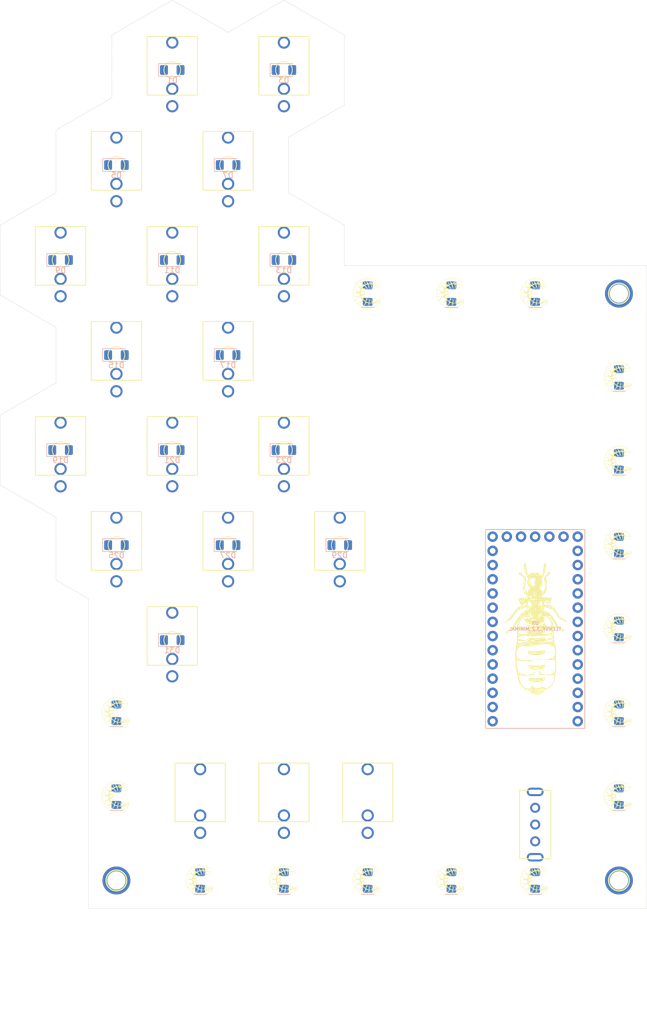
<source format=kicad_pcb>
(kicad_pcb (version 20171130) (host pcbnew "(5.1.2-1)-1")
  (layers (0 F.Cu signal) (31 B.Cu signal) (34 B.Paste user) (35 F.Paste user) (36 B.SilkS user hide) (37 F.SilkS user) (38 B.Mask user) (39 F.Mask user hide) (44 Edge.Cuts user))
  (net 0 "")
  (net 1 /NET2)
  (net 2 GND)
  (net 3 +5V)
  (net 4 "Net-(D0-Pad2)")
  (net 5 "Net-(D1-Pad2)")
  (net 6 "Net-(D2-Pad2)")
  (net 7 "Net-(D3-Pad2)")
  (net 8 "Net-(D4-Pad2)")
  (net 9 "Net-(D5-Pad2)")
  (net 10 "Net-(D6-Pad2)")
  (net 11 "Net-(D7-Pad2)")
  (net 12 "Net-(D8-Pad2)")
  (net 13 "Net-(D9-Pad2)")
  (net 14 "Net-(D10-Pad2)")
  (net 15 "Net-(D11-Pad2)")
  (net 16 "Net-(D12-Pad2)")
  (net 17 "Net-(D13-Pad2)")
  (net 18 "Net-(D14-Pad2)")
  (net 19 "Net-(D15-Pad2)")
  (net 20 "Net-(D16-Pad2)")
  (net 21 "Net-(D17-Pad2)")
  (net 22 "Net-(D18-Pad2)")
  (net 23 "Net-(D19-Pad2)")
  (net 24 "Net-(D20-Pad2)")
  (net 25 "Net-(D21-Pad2)")
  (net 26 "Net-(D22-Pad2)")
  (net 27 "Net-(D23-Pad2)")
  (net 28 "Net-(D24-Pad2)")
  (net 29 "Net-(D25-Pad2)")
  (net 30 "Net-(D26-Pad2)")
  (net 31 "Net-(D27-Pad2)")
  (net 32 "Net-(D28-Pad2)")
  (net 33 "Net-(D29-Pad2)")
  (net 34 "Net-(D30-Pad2)")
  (net 35 "Net-(D31-Pad2)")
  (net 36 "Net-(J0-Pad1)")
  (net 37 "Net-(J1-Pad1)")
  (net 38 "Net-(J2-Pad1)")
  (net 39 "Net-(J3-Pad1)")
  (net 40 "Net-(J4-Pad1)")
  (net 41 "Net-(J5-Pad1)")
  (net 42 "Net-(J6-Pad1)")
  (net 43 "Net-(J7-Pad1)")
  (net 44 "Net-(J8-Pad1)")
  (net 45 "Net-(J9-Pad1)")
  (net 46 "Net-(J10-Pad1)")
  (net 47 "Net-(J11-Pad1)")
  (net 48 "Net-(J12-Pad1)")
  (net 49 "Net-(J13-Pad1)")
  (net 50 "Net-(J14-Pad1)")
  (net 51 "Net-(J15-Pad1)")
  (net 52 /FM_IN)
  (net 53 /DENS_IN)
  (net 54 /DENS_NORM)
  (module HammerheadAudio:EuroJack_Hex (layer F.Cu) (at 70 75)
    (fp_text reference J1 hide)
    (fp_text value WASP_OUT)
    (pad 1 thru_hole circle (at 0 -4.92) (size 2.2 2.2) (drill 1.5) (layers *.Cu *.Mask) (net 37 "Net-(J1-Pad1)"))
    (pad 3 thru_hole circle (at 0 3.38) (size 2.2 2.2) (drill 1.5) (layers *.Cu *.Mask))
    (pad 2 thru_hole circle (at 0 6.48) (size 2.2 2.2) (drill 1.5) (layers *.Cu *.Mask) (net 2 GND))
  )
  (module HammerheadAudio:EuroJack_Hex (layer F.Cu) (at 50 177)
    (fp_text reference J15 hide)
    (fp_text value WASP_OUT)
    (pad 1 thru_hole circle (at 0 -4.92) (size 2.2 2.2) (drill 1.5) (layers *.Cu *.Mask) (net 51 "Net-(J15-Pad1)"))
    (pad 3 thru_hole circle (at 0 3.38) (size 2.2 2.2) (drill 1.5) (layers *.Cu *.Mask))
    (pad 2 thru_hole circle (at 0 6.48) (size 2.2 2.2) (drill 1.5) (layers *.Cu *.Mask) (net 2 GND))
  )
  (module HammerheadAudio:EuroJack_Hex (layer F.Cu) (at 80 160)
    (fp_text reference J14 hide)
    (fp_text value WASP_OUT)
    (pad 1 thru_hole circle (at 0 -4.92) (size 2.2 2.2) (drill 1.5) (layers *.Cu *.Mask) (net 50 "Net-(J14-Pad1)"))
    (pad 3 thru_hole circle (at 0 3.38) (size 2.2 2.2) (drill 1.5) (layers *.Cu *.Mask))
    (pad 2 thru_hole circle (at 0 6.48) (size 2.2 2.2) (drill 1.5) (layers *.Cu *.Mask) (net 2 GND))
  )
  (module HammerheadAudio:EuroJack_Hex (layer F.Cu) (at 60 160)
    (fp_text reference J13 hide)
    (fp_text value WASP_OUT)
    (pad 1 thru_hole circle (at 0 -4.92) (size 2.2 2.2) (drill 1.5) (layers *.Cu *.Mask) (net 49 "Net-(J13-Pad1)"))
    (pad 3 thru_hole circle (at 0 3.38) (size 2.2 2.2) (drill 1.5) (layers *.Cu *.Mask))
    (pad 2 thru_hole circle (at 0 6.48) (size 2.2 2.2) (drill 1.5) (layers *.Cu *.Mask) (net 2 GND))
  )
  (module HammerheadAudio:EuroJack_Hex (layer F.Cu) (at 40 160)
    (fp_text reference J12 hide)
    (fp_text value WASP_OUT)
    (pad 1 thru_hole circle (at 0 -4.92) (size 2.2 2.2) (drill 1.5) (layers *.Cu *.Mask) (net 48 "Net-(J12-Pad1)"))
    (pad 3 thru_hole circle (at 0 3.38) (size 2.2 2.2) (drill 1.5) (layers *.Cu *.Mask))
    (pad 2 thru_hole circle (at 0 6.48) (size 2.2 2.2) (drill 1.5) (layers *.Cu *.Mask) (net 2 GND))
  )
  (module HammerheadAudio:EuroJack_Hex (layer F.Cu) (at 70 143)
    (fp_text reference J11 hide)
    (fp_text value WASP_OUT)
    (pad 1 thru_hole circle (at 0 -4.92) (size 2.2 2.2) (drill 1.5) (layers *.Cu *.Mask) (net 47 "Net-(J11-Pad1)"))
    (pad 3 thru_hole circle (at 0 3.38) (size 2.2 2.2) (drill 1.5) (layers *.Cu *.Mask))
    (pad 2 thru_hole circle (at 0 6.48) (size 2.2 2.2) (drill 1.5) (layers *.Cu *.Mask) (net 2 GND))
  )
  (module HammerheadAudio:EuroJack_Hex (layer F.Cu) (at 50 143)
    (fp_text reference J10 hide)
    (fp_text value WASP_OUT)
    (pad 1 thru_hole circle (at 0 -4.92) (size 2.2 2.2) (drill 1.5) (layers *.Cu *.Mask) (net 46 "Net-(J10-Pad1)"))
    (pad 3 thru_hole circle (at 0 3.38) (size 2.2 2.2) (drill 1.5) (layers *.Cu *.Mask))
    (pad 2 thru_hole circle (at 0 6.48) (size 2.2 2.2) (drill 1.5) (layers *.Cu *.Mask) (net 2 GND))
  )
  (module HammerheadAudio:EuroJack_Hex (layer F.Cu) (at 30 143)
    (fp_text reference J9 hide)
    (fp_text value WASP_OUT)
    (pad 1 thru_hole circle (at 0 -4.92) (size 2.2 2.2) (drill 1.5) (layers *.Cu *.Mask) (net 45 "Net-(J9-Pad1)"))
    (pad 3 thru_hole circle (at 0 3.38) (size 2.2 2.2) (drill 1.5) (layers *.Cu *.Mask))
    (pad 2 thru_hole circle (at 0 6.48) (size 2.2 2.2) (drill 1.5) (layers *.Cu *.Mask) (net 2 GND))
  )
  (module HammerheadAudio:EuroJack_Hex (layer F.Cu) (at 60 126)
    (fp_text reference J8 hide)
    (fp_text value WASP_OUT)
    (pad 1 thru_hole circle (at 0 -4.92) (size 2.2 2.2) (drill 1.5) (layers *.Cu *.Mask) (net 44 "Net-(J8-Pad1)"))
    (pad 3 thru_hole circle (at 0 3.38) (size 2.2 2.2) (drill 1.5) (layers *.Cu *.Mask))
    (pad 2 thru_hole circle (at 0 6.48) (size 2.2 2.2) (drill 1.5) (layers *.Cu *.Mask) (net 2 GND))
  )
  (module HammerheadAudio:EuroJack_Hex (layer F.Cu) (at 40 126)
    (fp_text reference J7 hide)
    (fp_text value WASP_OUT)
    (pad 1 thru_hole circle (at 0 -4.92) (size 2.2 2.2) (drill 1.5) (layers *.Cu *.Mask) (net 43 "Net-(J7-Pad1)"))
    (pad 3 thru_hole circle (at 0 3.38) (size 2.2 2.2) (drill 1.5) (layers *.Cu *.Mask))
    (pad 2 thru_hole circle (at 0 6.48) (size 2.2 2.2) (drill 1.5) (layers *.Cu *.Mask) (net 2 GND))
  )
  (module HammerheadAudio:EuroJack_Hex (layer F.Cu) (at 70 109)
    (fp_text reference J6 hide)
    (fp_text value WASP_OUT)
    (pad 1 thru_hole circle (at 0 -4.92) (size 2.2 2.2) (drill 1.5) (layers *.Cu *.Mask) (net 42 "Net-(J6-Pad1)"))
    (pad 3 thru_hole circle (at 0 3.38) (size 2.2 2.2) (drill 1.5) (layers *.Cu *.Mask))
    (pad 2 thru_hole circle (at 0 6.48) (size 2.2 2.2) (drill 1.5) (layers *.Cu *.Mask) (net 2 GND))
  )
  (module HammerheadAudio:EuroJack_Hex (layer F.Cu) (at 50 109)
    (fp_text reference J5 hide)
    (fp_text value WASP_OUT)
    (pad 1 thru_hole circle (at 0 -4.92) (size 2.2 2.2) (drill 1.5) (layers *.Cu *.Mask) (net 41 "Net-(J5-Pad1)"))
    (pad 3 thru_hole circle (at 0 3.38) (size 2.2 2.2) (drill 1.5) (layers *.Cu *.Mask))
    (pad 2 thru_hole circle (at 0 6.48) (size 2.2 2.2) (drill 1.5) (layers *.Cu *.Mask) (net 2 GND))
  )
  (module HammerheadAudio:EuroJack_Hex (layer F.Cu) (at 30 109)
    (fp_text reference J4 hide)
    (fp_text value WASP_OUT)
    (pad 1 thru_hole circle (at 0 -4.92) (size 2.2 2.2) (drill 1.5) (layers *.Cu *.Mask) (net 40 "Net-(J4-Pad1)"))
    (pad 3 thru_hole circle (at 0 3.38) (size 2.2 2.2) (drill 1.5) (layers *.Cu *.Mask))
    (pad 2 thru_hole circle (at 0 6.48) (size 2.2 2.2) (drill 1.5) (layers *.Cu *.Mask) (net 2 GND))
  )
  (module HammerheadAudio:EuroJack_Hex (layer F.Cu) (at 60 92)
    (fp_text reference J3 hide)
    (fp_text value WASP_OUT)
    (pad 1 thru_hole circle (at 0 -4.92) (size 2.2 2.2) (drill 1.5) (layers *.Cu *.Mask) (net 39 "Net-(J3-Pad1)"))
    (pad 3 thru_hole circle (at 0 3.38) (size 2.2 2.2) (drill 1.5) (layers *.Cu *.Mask))
    (pad 2 thru_hole circle (at 0 6.48) (size 2.2 2.2) (drill 1.5) (layers *.Cu *.Mask) (net 2 GND))
  )
  (module HammerheadAudio:EuroJack_Hex (layer F.Cu) (at 40 92)
    (fp_text reference J2 hide)
    (fp_text value WASP_OUT)
    (pad 1 thru_hole circle (at 0 -4.92) (size 2.2 2.2) (drill 1.5) (layers *.Cu *.Mask) (net 38 "Net-(J2-Pad1)"))
    (pad 3 thru_hole circle (at 0 3.38) (size 2.2 2.2) (drill 1.5) (layers *.Cu *.Mask))
    (pad 2 thru_hole circle (at 0 6.48) (size 2.2 2.2) (drill 1.5) (layers *.Cu *.Mask) (net 2 GND))
  )
  (module HammerheadAudio:EuroJack_Hex (layer F.Cu) (at 50 75)
    (fp_text reference J0 hide)
    (fp_text value WASP_OUT)
    (pad 1 thru_hole circle (at 0 -4.92) (size 2.2 2.2) (drill 1.5) (layers *.Cu *.Mask) (net 36 "Net-(J0-Pad1)"))
    (pad 3 thru_hole circle (at 0 3.38) (size 2.2 2.2) (drill 1.5) (layers *.Cu *.Mask))
    (pad 2 thru_hole circle (at 0 6.48) (size 2.2 2.2) (drill 1.5) (layers *.Cu *.Mask) (net 2 GND))
  )
  (module HammerheadAudio:Tayda_Slide_SPDT (layer F.Cu) (at 115 210 270)
    (fp_text reference REF** hide)
    (fp_text value Tayda_Slide_SPDT)
    (pad "" thru_hole oval (at -5.85 0 270) (size 1.5 3) (drill oval 0.8 2.3) (layers *.Cu *.Mask))
    (pad "" thru_hole oval (at 5.85 0 270) (size 1.5 3) (drill oval 0.8 2.3) (layers *.Cu *.Mask))
    (pad 3 thru_hole circle (at 3 0 270) (size 1.8 1.8) (drill 1.1) (layers *.Cu *.Mask))
    (pad 2 thru_hole circle (at 0 0 270) (size 1.8 1.8) (drill 1.1) (layers *.Cu *.Mask))
    (pad 1 thru_hole circle (at -3 0 270) (size 1.8 1.8) (drill 1.1) (layers *.Cu *.Mask))
  )
  (module HammerheadAudio:Backlit_Larvae_Smaller (layer B.Cu) (at 100 220)
    (fp_text reference D20 hide)
    (fp_text value LRV hide)
    (pad 2 smd roundrect (at 0 -1.4875 90) (size 1.425 1.75) (layers B.Cu B.Paste B.Mask) (roundrect_rratio 0.175439) (net 24 "Net-(D20-Pad2)"))
    (pad 1 smd roundrect (at 0 1.4875 90) (size 1.425 1.75) (layers B.Cu B.Paste B.Mask) (roundrect_rratio 0.175439) (net 2 GND))
  )
  (module HammerheadAudio:M3_Plated (layer F.Cu) (at 40 220)
    (fp_text reference H3 hide)
    (fp_text value M3/#4-40 hide)
    (pad 1 thru_hole circle (at 0 0) (size 5 5) (drill 3.3) (layers *.Cu *.Mask) (clearance 1.5))
  )
  (module HammerheadAudio:M3_Plated (layer F.Cu) (at 130 220)
    (fp_text reference H3 hide)
    (fp_text value M3/#4-40 hide)
    (pad 1 thru_hole circle (at 0 0) (size 5 5) (drill 3.3) (layers *.Cu *.Mask) (clearance 1.5))
  )
  (module HammerheadAudio:M3_Plated (layer F.Cu) (at 130 115)
    (fp_text reference H3 hide)
    (fp_text value M3/#4-40 hide)
    (pad 1 thru_hole circle (at 0 0) (size 5 5) (drill 3.3) (layers *.Cu *.Mask) (clearance 1.5))
  )
  (module HammerheadAudio:TermiteQueen_Fill_13x25mm (layer F.Cu) (at 115 175)
    (fp_text reference G*** hide)
    (fp_text value LOGO hide)
  )
  (module HammerheadAudio:TermiteQueen_Outline_13x25mm (layer F.Cu) (at 115 175)
    (fp_text reference G*** hide)
    (fp_text value LOGO hide)
  )
  (module HammerheadAudio:TermiteQueen_Inline_13x25mm (layer F.Cu) (at 115 175)
    (fp_text reference G*** hide)
    (fp_text value LOGO hide)
  )
  (module HammerheadAudio:Backlit_Larvae_Smaller (layer B.Cu) (at 85 115)
    (fp_text reference D0 hide)
    (fp_text value LRV hide)
    (pad 2 smd roundrect (at 0 -1.4875 90) (size 1.425 1.75) (layers B.Cu B.Paste B.Mask) (roundrect_rratio 0.175439) (net 4 "Net-(D0-Pad2)"))
    (pad 1 smd roundrect (at 0 1.4875 90) (size 1.425 1.75) (layers B.Cu B.Paste B.Mask) (roundrect_rratio 0.175439) (net 2 GND))
  )
  (module LED_SMD:LED_1206_3216Metric_Pad1.42x1.75mm_HandSolder (layer B.Cu) (at 50 75)
    (fp_text reference D1 (at 0 1.82) (layer B.SilkS) (effects (justify mirror)))
    (fp_text value WSP)
    (pad 2 smd roundrect (at 1.4875 0) (size 1.425 1.75) (layers B.Cu B.Paste B.Mask) (roundrect_rratio 0.175439) (net 5 "Net-(D1-Pad2)"))
    (pad 1 smd roundrect (at -1.4875 0) (size 1.425 1.75) (layers B.Cu B.Paste B.Mask) (roundrect_rratio 0.175439) (net 2 GND))
  )
  (module HammerheadAudio:Backlit_Larvae_Smaller (layer B.Cu) (at 100 115)
    (fp_text reference D2 hide)
    (fp_text value LRV hide)
    (pad 1 smd roundrect (at 0 1.4875 90) (size 1.425 1.75) (layers B.Cu B.Paste B.Mask) (roundrect_rratio 0.175439) (net 2 GND))
    (pad 2 smd roundrect (at 0 -1.4875 90) (size 1.425 1.75) (layers B.Cu B.Paste B.Mask) (roundrect_rratio 0.175439) (net 6 "Net-(D2-Pad2)"))
  )
  (module LED_SMD:LED_1206_3216Metric_Pad1.42x1.75mm_HandSolder (layer B.Cu) (at 70 75)
    (fp_text reference D3 (at 0 1.82) (layer B.SilkS) (effects (justify mirror)))
    (fp_text value WSP)
    (pad 1 smd roundrect (at -1.4875 0) (size 1.425 1.75) (layers B.Cu B.Paste B.Mask) (roundrect_rratio 0.175439) (net 2 GND))
    (pad 2 smd roundrect (at 1.4875 0) (size 1.425 1.75) (layers B.Cu B.Paste B.Mask) (roundrect_rratio 0.175439) (net 7 "Net-(D3-Pad2)"))
  )
  (module HammerheadAudio:Backlit_Larvae_Smaller (layer B.Cu) (at 115 115)
    (fp_text reference D4 hide)
    (fp_text value LRV hide)
    (pad 2 smd roundrect (at 0 -1.4875 90) (size 1.425 1.75) (layers B.Cu B.Paste B.Mask) (roundrect_rratio 0.175439) (net 8 "Net-(D4-Pad2)"))
    (pad 1 smd roundrect (at 0 1.4875 90) (size 1.425 1.75) (layers B.Cu B.Paste B.Mask) (roundrect_rratio 0.175439) (net 2 GND))
  )
  (module LED_SMD:LED_1206_3216Metric_Pad1.42x1.75mm_HandSolder (layer B.Cu) (at 40 92)
    (fp_text reference D5 (at 0 1.82) (layer B.SilkS) (effects (justify mirror)))
    (fp_text value WSP)
    (pad 2 smd roundrect (at 1.4875 0) (size 1.425 1.75) (layers B.Cu B.Paste B.Mask) (roundrect_rratio 0.175439) (net 9 "Net-(D5-Pad2)"))
    (pad 1 smd roundrect (at -1.4875 0) (size 1.425 1.75) (layers B.Cu B.Paste B.Mask) (roundrect_rratio 0.175439) (net 2 GND))
  )
  (module HammerheadAudio:Backlit_Larvae_Smaller (layer B.Cu) (at 130 130)
    (fp_text reference D6 hide)
    (fp_text value LRV hide)
    (pad 1 smd roundrect (at 0 1.4875 90) (size 1.425 1.75) (layers B.Cu B.Paste B.Mask) (roundrect_rratio 0.175439) (net 2 GND))
    (pad 2 smd roundrect (at 0 -1.4875 90) (size 1.425 1.75) (layers B.Cu B.Paste B.Mask) (roundrect_rratio 0.175439) (net 10 "Net-(D6-Pad2)"))
  )
  (module LED_SMD:LED_1206_3216Metric_Pad1.42x1.75mm_HandSolder (layer B.Cu) (at 60 92)
    (fp_text reference D7 (at 0 1.82) (layer B.SilkS) (effects (justify mirror)))
    (fp_text value WSP)
    (pad 2 smd roundrect (at 1.4875 0) (size 1.425 1.75) (layers B.Cu B.Paste B.Mask) (roundrect_rratio 0.175439) (net 11 "Net-(D7-Pad2)"))
    (pad 1 smd roundrect (at -1.4875 0) (size 1.425 1.75) (layers B.Cu B.Paste B.Mask) (roundrect_rratio 0.175439) (net 2 GND))
  )
  (module HammerheadAudio:Backlit_Larvae_Smaller (layer B.Cu) (at 130 145)
    (fp_text reference D8 hide)
    (fp_text value LRV hide)
    (pad 1 smd roundrect (at 0 1.4875 90) (size 1.425 1.75) (layers B.Cu B.Paste B.Mask) (roundrect_rratio 0.175439) (net 2 GND))
    (pad 2 smd roundrect (at 0 -1.4875 90) (size 1.425 1.75) (layers B.Cu B.Paste B.Mask) (roundrect_rratio 0.175439) (net 12 "Net-(D8-Pad2)"))
  )
  (module LED_SMD:LED_1206_3216Metric_Pad1.42x1.75mm_HandSolder (layer B.Cu) (at 30 109)
    (fp_text reference D9 (at 0 1.82) (layer B.SilkS) (effects (justify mirror)))
    (fp_text value WSP)
    (pad 2 smd roundrect (at 1.4875 0) (size 1.425 1.75) (layers B.Cu B.Paste B.Mask) (roundrect_rratio 0.175439) (net 13 "Net-(D9-Pad2)"))
    (pad 1 smd roundrect (at -1.4875 0) (size 1.425 1.75) (layers B.Cu B.Paste B.Mask) (roundrect_rratio 0.175439) (net 2 GND))
  )
  (module HammerheadAudio:Backlit_Larvae_Smaller (layer B.Cu) (at 130 160)
    (fp_text reference D10 hide)
    (fp_text value LRV hide)
    (pad 1 smd roundrect (at 0 1.4875 90) (size 1.425 1.75) (layers B.Cu B.Paste B.Mask) (roundrect_rratio 0.175439) (net 2 GND))
    (pad 2 smd roundrect (at 0 -1.4875 90) (size 1.425 1.75) (layers B.Cu B.Paste B.Mask) (roundrect_rratio 0.175439) (net 14 "Net-(D10-Pad2)"))
  )
  (module LED_SMD:LED_1206_3216Metric_Pad1.42x1.75mm_HandSolder (layer B.Cu) (at 50 109)
    (fp_text reference D11 (at 0 1.82) (layer B.SilkS) (effects (justify mirror)))
    (fp_text value WSP)
    (pad 2 smd roundrect (at 1.4875 0) (size 1.425 1.75) (layers B.Cu B.Paste B.Mask) (roundrect_rratio 0.175439) (net 15 "Net-(D11-Pad2)"))
    (pad 1 smd roundrect (at -1.4875 0) (size 1.425 1.75) (layers B.Cu B.Paste B.Mask) (roundrect_rratio 0.175439) (net 2 GND))
  )
  (module HammerheadAudio:Backlit_Larvae_Smaller (layer B.Cu) (at 130 175)
    (fp_text reference D12 hide)
    (fp_text value LRV hide)
    (pad 2 smd roundrect (at 0 -1.4875 90) (size 1.425 1.75) (layers B.Cu B.Paste B.Mask) (roundrect_rratio 0.175439) (net 16 "Net-(D12-Pad2)"))
    (pad 1 smd roundrect (at 0 1.4875 90) (size 1.425 1.75) (layers B.Cu B.Paste B.Mask) (roundrect_rratio 0.175439) (net 2 GND))
  )
  (module LED_SMD:LED_1206_3216Metric_Pad1.42x1.75mm_HandSolder (layer B.Cu) (at 70 109)
    (fp_text reference D13 (at 0 1.82) (layer B.SilkS) (effects (justify mirror)))
    (fp_text value WSP)
    (pad 2 smd roundrect (at 1.4875 0) (size 1.425 1.75) (layers B.Cu B.Paste B.Mask) (roundrect_rratio 0.175439) (net 17 "Net-(D13-Pad2)"))
    (pad 1 smd roundrect (at -1.4875 0) (size 1.425 1.75) (layers B.Cu B.Paste B.Mask) (roundrect_rratio 0.175439) (net 2 GND))
  )
  (module HammerheadAudio:Backlit_Larvae_Smaller (layer B.Cu) (at 130 190)
    (fp_text reference D14 hide)
    (fp_text value LRV hide)
    (pad 2 smd roundrect (at 0 -1.4875 90) (size 1.425 1.75) (layers B.Cu B.Paste B.Mask) (roundrect_rratio 0.175439) (net 18 "Net-(D14-Pad2)"))
    (pad 1 smd roundrect (at 0 1.4875 90) (size 1.425 1.75) (layers B.Cu B.Paste B.Mask) (roundrect_rratio 0.175439) (net 2 GND))
  )
  (module LED_SMD:LED_1206_3216Metric_Pad1.42x1.75mm_HandSolder (layer B.Cu) (at 40 126)
    (fp_text reference D15 (at 0 1.82) (layer B.SilkS) (effects (justify mirror)))
    (fp_text value WSP)
    (pad 2 smd roundrect (at 1.4875 0) (size 1.425 1.75) (layers B.Cu B.Paste B.Mask) (roundrect_rratio 0.175439) (net 19 "Net-(D15-Pad2)"))
    (pad 1 smd roundrect (at -1.4875 0) (size 1.425 1.75) (layers B.Cu B.Paste B.Mask) (roundrect_rratio 0.175439) (net 2 GND))
  )
  (module HammerheadAudio:Backlit_Larvae_Smaller (layer B.Cu) (at 130 205)
    (fp_text reference D16 hide)
    (fp_text value LRV hide)
    (pad 2 smd roundrect (at 0 -1.4875 90) (size 1.425 1.75) (layers B.Cu B.Paste B.Mask) (roundrect_rratio 0.175439) (net 20 "Net-(D16-Pad2)"))
    (pad 1 smd roundrect (at 0 1.4875 90) (size 1.425 1.75) (layers B.Cu B.Paste B.Mask) (roundrect_rratio 0.175439) (net 2 GND))
  )
  (module LED_SMD:LED_1206_3216Metric_Pad1.42x1.75mm_HandSolder (layer B.Cu) (at 60 126)
    (fp_text reference D17 (at 0 1.82) (layer B.SilkS) (effects (justify mirror)))
    (fp_text value WSP)
    (pad 1 smd roundrect (at -1.4875 0) (size 1.425 1.75) (layers B.Cu B.Paste B.Mask) (roundrect_rratio 0.175439) (net 2 GND))
    (pad 2 smd roundrect (at 1.4875 0) (size 1.425 1.75) (layers B.Cu B.Paste B.Mask) (roundrect_rratio 0.175439) (net 21 "Net-(D17-Pad2)"))
  )
  (module HammerheadAudio:Backlit_Larvae_Smaller (layer B.Cu) (at 115 220)
    (fp_text reference D18 hide)
    (fp_text value LRV hide)
    (pad 1 smd roundrect (at 0 1.4875 90) (size 1.425 1.75) (layers B.Cu B.Paste B.Mask) (roundrect_rratio 0.175439) (net 2 GND))
    (pad 2 smd roundrect (at 0 -1.4875 90) (size 1.425 1.75) (layers B.Cu B.Paste B.Mask) (roundrect_rratio 0.175439) (net 22 "Net-(D18-Pad2)"))
  )
  (module LED_SMD:LED_1206_3216Metric_Pad1.42x1.75mm_HandSolder (layer B.Cu) (at 30 143)
    (fp_text reference D19 (at 0 1.82) (layer B.SilkS) (effects (justify mirror)))
    (fp_text value WSP)
    (pad 1 smd roundrect (at -1.4875 0) (size 1.425 1.75) (layers B.Cu B.Paste B.Mask) (roundrect_rratio 0.175439) (net 2 GND))
    (pad 2 smd roundrect (at 1.4875 0) (size 1.425 1.75) (layers B.Cu B.Paste B.Mask) (roundrect_rratio 0.175439) (net 23 "Net-(D19-Pad2)"))
  )
  (module LED_SMD:LED_1206_3216Metric_Pad1.42x1.75mm_HandSolder (layer B.Cu) (at 50 143)
    (fp_text reference D21 (at 0 1.82) (layer B.SilkS) (effects (justify mirror)))
    (fp_text value WSP)
    (pad 1 smd roundrect (at -1.4875 0) (size 1.425 1.75) (layers B.Cu B.Paste B.Mask) (roundrect_rratio 0.175439) (net 2 GND))
    (pad 2 smd roundrect (at 1.4875 0) (size 1.425 1.75) (layers B.Cu B.Paste B.Mask) (roundrect_rratio 0.175439) (net 25 "Net-(D21-Pad2)"))
  )
  (module HammerheadAudio:Backlit_Larvae_Smaller (layer B.Cu) (at 85 220)
    (fp_text reference D22 hide)
    (fp_text value LRV hide)
    (pad 1 smd roundrect (at 0 1.4875 90) (size 1.425 1.75) (layers B.Cu B.Paste B.Mask) (roundrect_rratio 0.175439) (net 2 GND))
    (pad 2 smd roundrect (at 0 -1.4875 90) (size 1.425 1.75) (layers B.Cu B.Paste B.Mask) (roundrect_rratio 0.175439) (net 26 "Net-(D22-Pad2)"))
  )
  (module LED_SMD:LED_1206_3216Metric_Pad1.42x1.75mm_HandSolder (layer B.Cu) (at 70 143)
    (fp_text reference D23 (at 0 1.82) (layer B.SilkS) (effects (justify mirror)))
    (fp_text value WSP)
    (pad 1 smd roundrect (at -1.4875 0) (size 1.425 1.75) (layers B.Cu B.Paste B.Mask) (roundrect_rratio 0.175439) (net 2 GND))
    (pad 2 smd roundrect (at 1.4875 0) (size 1.425 1.75) (layers B.Cu B.Paste B.Mask) (roundrect_rratio 0.175439) (net 27 "Net-(D23-Pad2)"))
  )
  (module HammerheadAudio:Backlit_Larvae_Smaller (layer B.Cu) (at 70 220)
    (fp_text reference D24 hide)
    (fp_text value LRV hide)
    (pad 2 smd roundrect (at 0 -1.4875 90) (size 1.425 1.75) (layers B.Cu B.Paste B.Mask) (roundrect_rratio 0.175439) (net 28 "Net-(D24-Pad2)"))
    (pad 1 smd roundrect (at 0 1.4875 90) (size 1.425 1.75) (layers B.Cu B.Paste B.Mask) (roundrect_rratio 0.175439) (net 2 GND))
  )
  (module LED_SMD:LED_1206_3216Metric_Pad1.42x1.75mm_HandSolder (layer B.Cu) (at 40 160)
    (fp_text reference D25 (at 0 1.82) (layer B.SilkS) (effects (justify mirror)))
    (fp_text value WSP)
    (pad 1 smd roundrect (at -1.4875 0) (size 1.425 1.75) (layers B.Cu B.Paste B.Mask) (roundrect_rratio 0.175439) (net 2 GND))
    (pad 2 smd roundrect (at 1.4875 0) (size 1.425 1.75) (layers B.Cu B.Paste B.Mask) (roundrect_rratio 0.175439) (net 29 "Net-(D25-Pad2)"))
  )
  (module HammerheadAudio:Backlit_Larvae_Smaller (layer B.Cu) (at 55 220)
    (fp_text reference D26 hide)
    (fp_text value LRV hide)
    (pad 2 smd roundrect (at 0 -1.4875 90) (size 1.425 1.75) (layers B.Cu B.Paste B.Mask) (roundrect_rratio 0.175439) (net 30 "Net-(D26-Pad2)"))
    (pad 1 smd roundrect (at 0 1.4875 90) (size 1.425 1.75) (layers B.Cu B.Paste B.Mask) (roundrect_rratio 0.175439) (net 2 GND))
  )
  (module LED_SMD:LED_1206_3216Metric_Pad1.42x1.75mm_HandSolder (layer B.Cu) (at 60 160)
    (fp_text reference D27 (at 0 1.82) (layer B.SilkS) (effects (justify mirror)))
    (fp_text value WSP)
    (pad 1 smd roundrect (at -1.4875 0) (size 1.425 1.75) (layers B.Cu B.Paste B.Mask) (roundrect_rratio 0.175439) (net 2 GND))
    (pad 2 smd roundrect (at 1.4875 0) (size 1.425 1.75) (layers B.Cu B.Paste B.Mask) (roundrect_rratio 0.175439) (net 31 "Net-(D27-Pad2)"))
  )
  (module HammerheadAudio:Backlit_Larvae_Smaller (layer B.Cu) (at 40 205)
    (fp_text reference D28 hide)
    (fp_text value LRV hide)
    (pad 1 smd roundrect (at 0 1.4875 90) (size 1.425 1.75) (layers B.Cu B.Paste B.Mask) (roundrect_rratio 0.175439) (net 2 GND))
    (pad 2 smd roundrect (at 0 -1.4875 90) (size 1.425 1.75) (layers B.Cu B.Paste B.Mask) (roundrect_rratio 0.175439) (net 32 "Net-(D28-Pad2)"))
  )
  (module LED_SMD:LED_1206_3216Metric_Pad1.42x1.75mm_HandSolder (layer B.Cu) (at 80 160)
    (fp_text reference D29 (at 0 1.82) (layer B.SilkS) (effects (justify mirror)))
    (fp_text value WSP)
    (pad 1 smd roundrect (at -1.4875 0) (size 1.425 1.75) (layers B.Cu B.Paste B.Mask) (roundrect_rratio 0.175439) (net 2 GND))
    (pad 2 smd roundrect (at 1.4875 0) (size 1.425 1.75) (layers B.Cu B.Paste B.Mask) (roundrect_rratio 0.175439) (net 33 "Net-(D29-Pad2)"))
  )
  (module HammerheadAudio:Backlit_Larvae_Smaller (layer B.Cu) (at 40 190)
    (fp_text reference D30 hide)
    (fp_text value LRV hide)
    (pad 2 smd roundrect (at 0 -1.4875 90) (size 1.425 1.75) (layers B.Cu B.Paste B.Mask) (roundrect_rratio 0.175439) (net 34 "Net-(D30-Pad2)"))
    (pad 1 smd roundrect (at 0 1.4875 90) (size 1.425 1.75) (layers B.Cu B.Paste B.Mask) (roundrect_rratio 0.175439) (net 2 GND))
  )
  (module LED_SMD:LED_1206_3216Metric_Pad1.42x1.75mm_HandSolder (layer B.Cu) (at 50 177)
    (fp_text reference D31 (at 0 1.82) (layer B.SilkS) (effects (justify mirror)))
    (fp_text value WSP)
    (pad 2 smd roundrect (at 1.4875 0) (size 1.425 1.75) (layers B.Cu B.Paste B.Mask) (roundrect_rratio 0.175439) (net 35 "Net-(D31-Pad2)"))
    (pad 1 smd roundrect (at -1.4875 0) (size 1.425 1.75) (layers B.Cu B.Paste B.Mask) (roundrect_rratio 0.175439) (net 2 GND))
  )
  (module HammerheadAudio:EuroJack_MonoSW_THT_NOREF_Mask (layer F.Cu) (at 85 205)
    (fp_text reference J16 hide)
    (fp_text value FM_IN)
    (pad 2 thru_hole circle (at 0 6.48) (size 2.2 2.2) (drill 1.5) (layers *.Cu *.Mask) (net 2 GND))
    (pad 3 thru_hole circle (at 0 3.38) (size 2.2 2.2) (drill 1.5) (layers *.Cu *.Mask))
    (pad 1 thru_hole circle (at 0 -4.92) (size 2.2 2.2) (drill 1.5) (layers *.Cu *.Mask) (net 52 /FM_IN))
  )
  (module HammerheadAudio:EuroJack_MonoSW_THT_NOREF_Mask (layer F.Cu) (at 70 205)
    (fp_text reference J17 hide)
    (fp_text value DENS_IN)
    (pad 1 thru_hole circle (at 0 -4.92) (size 2.2 2.2) (drill 1.5) (layers *.Cu *.Mask) (net 53 /DENS_IN))
    (pad 3 thru_hole circle (at 0 3.38) (size 2.2 2.2) (drill 1.5) (layers *.Cu *.Mask) (net 54 /DENS_NORM))
    (pad 2 thru_hole circle (at 0 6.48) (size 2.2 2.2) (drill 1.5) (layers *.Cu *.Mask) (net 2 GND))
  )
  (module HammerheadAudio:EuroJack_MonoSW_THT_NOREF_Mask (layer F.Cu) (at 55 205)
    (fp_text reference J18 hide)
    (fp_text value DENS_IN)
    (pad 2 thru_hole circle (at 0 6.48) (size 2.2 2.2) (drill 1.5) (layers *.Cu *.Mask))
    (pad 3 thru_hole circle (at 0 3.38) (size 2.2 2.2) (drill 1.5) (layers *.Cu *.Mask))
    (pad 1 thru_hole circle (at 0 -4.92) (size 2.2 2.2) (drill 1.5) (layers *.Cu *.Mask))
  )
  (module MeowWolf_Templates:TEENSY_LC_NO_SILK (layer B.Cu) (at 115 175 180)
    (fp_text reference U5 (at 0 1) (layer B.SilkS) (effects (font (size 0.6096 0.6096) (thickness 0.127)) (justify mirror)))
    (fp_text value TEENSY_3.2_MINIMAL (at 0 0) (layer B.SilkS) (effects (font (size 0.6096 0.6096) (thickness 0.127)) (justify mirror)))
    (pad 0 thru_hole circle (at 7.62 -13.97 180) (size 1.8796 1.8796) (drill 1.016) (layers *.Cu *.Mask))
    (pad 2 thru_hole circle (at 7.62 -8.89 180) (size 1.8796 1.8796) (drill 1.016) (layers *.Cu *.Mask))
    (pad 3 thru_hole circle (at 7.62 -6.35 180) (size 1.8796 1.8796) (drill 1.016) (layers *.Cu *.Mask))
    (pad 3.3V thru_hole circle (at 2.54 16.51 180) (size 1.8796 1.8796) (drill 1.016) (layers *.Cu *.Mask))
    (pad 3V thru_hole circle (at -7.62 -11.43 180) (size 1.8796 1.8796) (drill 1.016) (layers *.Cu *.Mask))
    (pad 4 thru_hole circle (at 7.62 -3.81 180) (size 1.8796 1.8796) (drill 1.016) (layers *.Cu *.Mask))
    (pad 5 thru_hole circle (at 7.62 -1.27 180) (size 1.8796 1.8796) (drill 1.016) (layers *.Cu *.Mask))
    (pad 6 thru_hole circle (at 7.62 1.27 180) (size 1.8796 1.8796) (drill 1.016) (layers *.Cu *.Mask))
    (pad 7 thru_hole circle (at 7.62 3.81 180) (size 1.8796 1.8796) (drill 1.016) (layers *.Cu *.Mask))
    (pad 8 thru_hole circle (at 7.62 6.35 180) (size 1.8796 1.8796) (drill 1.016) (layers *.Cu *.Mask))
    (pad 9 thru_hole circle (at 7.62 8.89 180) (size 1.8796 1.8796) (drill 1.016) (layers *.Cu *.Mask))
    (pad 10 thru_hole circle (at 7.62 11.43 180) (size 1.8796 1.8796) (drill 1.016) (layers *.Cu *.Mask))
    (pad 11 thru_hole circle (at 7.62 13.97 180) (size 1.8796 1.8796) (drill 1.016) (layers *.Cu *.Mask))
    (pad 12 thru_hole circle (at 7.62 16.51 180) (size 1.8796 1.8796) (drill 1.016) (layers *.Cu *.Mask))
    (pad 13 thru_hole circle (at -7.62 16.51 180) (size 1.8796 1.8796) (drill 1.016) (layers *.Cu *.Mask))
    (pad 14 thru_hole circle (at -7.62 13.97 180) (size 1.8796 1.8796) (drill 1.016) (layers *.Cu *.Mask))
    (pad 15 thru_hole circle (at -7.62 11.43 180) (size 1.8796 1.8796) (drill 1.016) (layers *.Cu *.Mask))
    (pad 16 thru_hole circle (at -7.62 8.89 180) (size 1.8796 1.8796) (drill 1.016) (layers *.Cu *.Mask))
    (pad 17 thru_hole circle (at -7.62 6.35 180) (size 1.8796 1.8796) (drill 1.016) (layers *.Cu *.Mask))
    (pad 18 thru_hole circle (at -7.62 3.81 180) (size 1.8796 1.8796) (drill 1.016) (layers *.Cu *.Mask))
    (pad 19 thru_hole circle (at -7.62 1.27 180) (size 1.8796 1.8796) (drill 1.016) (layers *.Cu *.Mask))
    (pad 20 thru_hole circle (at -7.62 -1.27 180) (size 1.8796 1.8796) (drill 1.016) (layers *.Cu *.Mask))
    (pad 21 thru_hole circle (at -7.62 -3.81 180) (size 1.8796 1.8796) (drill 1.016) (layers *.Cu *.Mask))
    (pad 22 thru_hole circle (at -7.62 -6.35 180) (size 1.8796 1.8796) (drill 1.016) (layers *.Cu *.Mask))
    (pad 23 thru_hole circle (at -7.62 -8.89 180) (size 1.8796 1.8796) (drill 1.016) (layers *.Cu *.Mask))
    (pad A12 thru_hole circle (at -5.08 16.51 180) (size 1.8796 1.8796) (drill 1.016) (layers *.Cu *.Mask))
    (pad AGND thru_hole circle (at -7.62 -13.97 180) (size 1.8796 1.8796) (drill 1.016) (layers *.Cu *.Mask))
    (pad GND2 thru_hole circle (at 0 16.51 180) (size 1.8796 1.8796) (drill 1.016) (layers *.Cu *.Mask))
    (pad GND1 thru_hole circle (at 7.62 -16.51 180) (size 1.8796 1.8796) (drill 1.016) (layers *.Cu *.Mask))
    (pad PROG thru_hole circle (at -2.54 16.51 180) (size 1.8796 1.8796) (drill 1.016) (layers *.Cu *.Mask))
    (pad 17VIN thru_hole circle (at 5.08 16.51 180) (size 1.8796 1.8796) (drill 1.016) (layers *.Cu *.Mask))
    (pad VIN thru_hole circle (at -7.62 -16.51 180) (size 1.8796 1.8796) (drill 1.016) (layers *.Cu *.Mask) (net 3 +5V))
    (pad 1 thru_hole circle (at 7.63 -11.43) (size 1.8796 1.8796) (drill 1.016) (layers *.Cu *.Mask))
  )
  (gr_line (start 35 169.62) (end 29.174682 166.25) (layer Edge.Cuts) (width 0.05))
  (gr_line (start 29.17 155.02) (end 29.174682 166.25) (layer Edge.Cuts) (width 0.05))
  (gr_line (start 29.18 130.97) (end 19.174682 136.75) (layer Edge.Cuts) (width 0.05))
  (gr_line (start 19.174682 136.75) (end 19.174682 149.25) (layer Edge.Cuts) (width 0.05))
  (gr_line (start 29.17 155.02) (end 19.174682 149.25) (layer Edge.Cuts) (width 0.05))
  (gr_line (start 19.174682 102.75) (end 19.174682 115.25) (layer Edge.Cuts) (width 0.05))
  (gr_line (start 29.174682 96.97) (end 19.174682 102.75) (layer Edge.Cuts) (width 0.05))
  (gr_line (start 29.18 121.04) (end 19.174682 115.25) (layer Edge.Cuts) (width 0.05))
  (gr_line (start 29.18 121.04) (end 29.18 130.97) (layer Edge.Cuts) (width 0.05))
  (gr_line (start 70.83 96.97) (end 80.825318 102.75) (layer Edge.Cuts) (width 0.05))
  (gr_line (start 80.825318 110) (end 80.825318 102.75) (layer Edge.Cuts) (width 0.05))
  (gr_line (start 70.83 96.97) (end 70.83 87.02) (layer Edge.Cuts) (width 0.05))
  (gr_line (start 29.174682 85.75) (end 29.174682 96.97) (layer Edge.Cuts) (width 0.05))
  (gr_line (start 39.18 79.97) (end 29.174682 85.75) (layer Edge.Cuts) (width 0.05))
  (gr_line (start 50 62.5) (end 60 68.27) (layer Edge.Cuts) (width 0.05))
  (gr_line (start 50 62.5) (end 39.174682 68.75) (layer Edge.Cuts) (width 0.05))
  (gr_line (start 39.174682 68.75) (end 39.18 79.97) (layer Edge.Cuts) (width 0.05))
  (gr_line (start 80.825318 81.25) (end 80.825318 68.75) (layer Edge.Cuts) (width 0.05))
  (gr_line (start 70.83 87.02) (end 80.825318 81.25) (layer Edge.Cuts) (width 0.05))
  (gr_line (start 70 62.5) (end 60 68.27) (layer Edge.Cuts) (width 0.05))
  (gr_line (start 70 62.5) (end 80.825318 68.75) (layer Edge.Cuts) (width 0.05))
  (gr_line (start 35 225) (end 35 169.62) (layer Edge.Cuts) (width 0.05))
  (gr_line (start 135 225) (end 35 225) (layer Edge.Cuts) (width 0.05))
  (gr_line (start 135 110) (end 80.825318 110) (layer Edge.Cuts) (width 0.05))
  (gr_line (start 135 225) (end 135 110) (layer Edge.Cuts) (width 0.05))
)
</source>
